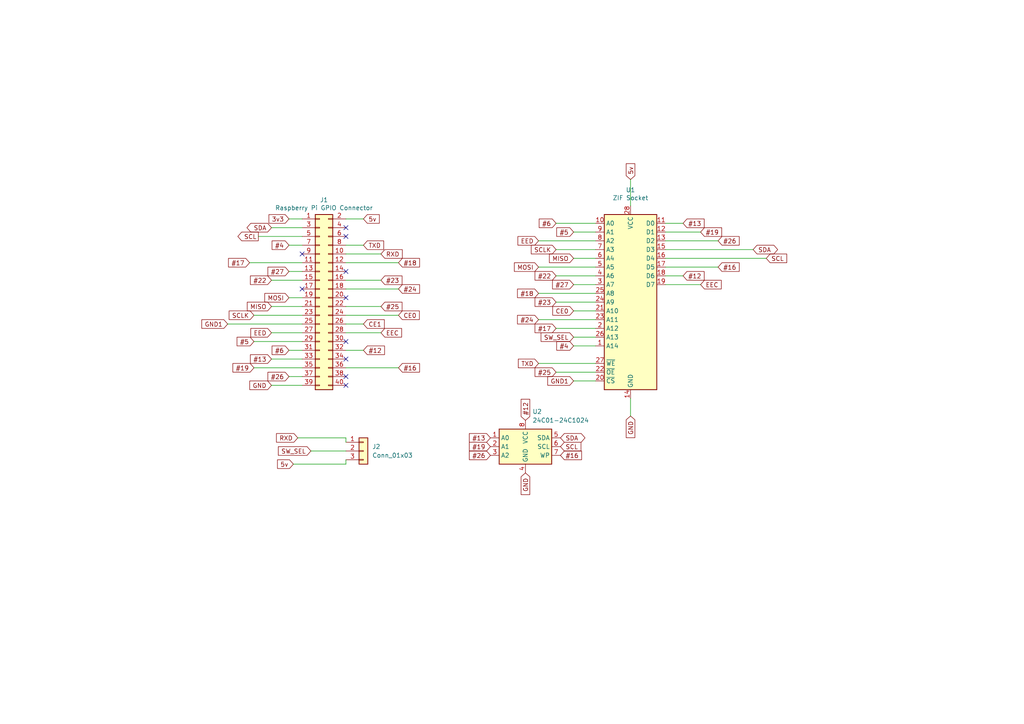
<source format=kicad_sch>
(kicad_sch (version 20211123) (generator eeschema)
  (paper "A4")
  (title_block (title "Pi EEPROM Programmer") (date "2023-12-04") (rev "1.0.0"))
  (lib_symbols
    (symbol "Connector_Generic:Conn_01x03" (pin_names (offset 1.016) hide)
      (property "Reference" "J" (at 0 5.08 0))
      (property "Value" "Conn_01x03" (at 0 -5.08 0))
      (symbol "Conn_01x03_1_1"
        (rectangle (start -1.27 -2.413) (end 0 -2.667) (stroke (width 0.1524)))
        (rectangle (start -1.27 0.127) (end 0 -0.127) (stroke (width 0.1524)))
        (rectangle (start -1.27 2.667) (end 0 2.413) (stroke (width 0.1524)))
        (rectangle (start -1.27 3.81) (end 1.27 -3.81) (stroke (width 0.254)) (fill (type background)))
        (pin passive line (at -5.08 2.54 0) (length 3.81) (name "Pin_1") (number "1"))
        (pin passive line (at -5.08 0 0) (length 3.81) (name "Pin_2") (number "2"))
        (pin passive line (at -5.08 -2.54 0) (length 3.81) (name "Pin_3") (number "3"))
      )
    )
    (symbol "Memory_EEPROM:CAT24C128"
      (property "Reference" "U" (at -6.35 6.35 0))
      (property "Value" "CAT24C128" (at 1.27 6.35 0))
      (symbol "CAT24C128_1_1"
        (rectangle (start -7.62 5.08) (end 7.62 -5.08) (stroke (width 0.254)) (fill (type background)))
        (pin input line (at -10.16 2.54 0) (length 2.54) (name "A0") (number "1"))
        (pin input line (at -10.16 0 0) (length 2.54) (name "A1") (number "2"))
        (pin input line (at -10.16 -2.54 0) (length 2.54) (name "A2") (number "3"))
        (pin power_in line (at 0 -7.62 90) (length 2.54) (name "GND") (number "4"))
        (pin bidirectional line (at 10.16 2.54 180) (length 2.54) (name "SDA") (number "5"))
        (pin input line (at 10.16 0 180) (length 2.54) (name "SCL") (number "6"))
        (pin input line (at 10.16 -2.54 180) (length 2.54) (name "WP") (number "7"))
        (pin power_in line (at 0 7.62 270) (length 2.54) (name "VCC") (number "8"))
      )
    )
    (symbol "pi-eeprom-programmer-rescue:28C256-Memory_EEPROM"
      (property "Reference" "U" (at -7.62 26.67 0))
      (property "Value" "28C256-Memory_EEPROM" (at 2.54 -26.67 0))
      (symbol "28C256-Memory_EEPROM_1_1"
        (rectangle (start -7.62 25.4) (end 7.62 -25.4) (stroke (width 0.254)) (fill (type background)))
        (pin input line (at -10.16 -12.7 0) (length 2.54) (name "A14") (number "1"))
        (pin input line (at -10.16 22.86 0) (length 2.54) (name "A0") (number "10"))
        (pin tri_state line (at 10.16 22.86 180) (length 2.54) (name "D0") (number "11"))
        (pin tri_state line (at 10.16 20.32 180) (length 2.54) (name "D1") (number "12"))
        (pin tri_state line (at 10.16 17.78 180) (length 2.54) (name "D2") (number "13"))
        (pin power_in line (at 0 -27.94 90) (length 2.54) (name "GND") (number "14"))
        (pin tri_state line (at 10.16 15.24 180) (length 2.54) (name "D3") (number "15"))
        (pin tri_state line (at 10.16 12.7 180) (length 2.54) (name "D4") (number "16"))
        (pin tri_state line (at 10.16 10.16 180) (length 2.54) (name "D5") (number "17"))
        (pin tri_state line (at 10.16 7.62 180) (length 2.54) (name "D6") (number "18"))
        (pin tri_state line (at 10.16 5.08 180) (length 2.54) (name "D7") (number "19"))
        (pin input line (at -10.16 -7.62 0) (length 2.54) (name "A12") (number "2"))
        (pin input line (at -10.16 -22.86 0) (length 2.54) (name "~{CS}") (number "20"))
        (pin input line (at -10.16 -2.54 0) (length 2.54) (name "A10") (number "21"))
        (pin input line (at -10.16 -20.32 0) (length 2.54) (name "~{OE}") (number "22"))
        (pin input line (at -10.16 -5.08 0) (length 2.54) (name "A11") (number "23"))
        (pin input line (at -10.16 0 0) (length 2.54) (name "A9") (number "24"))
        (pin input line (at -10.16 2.54 0) (length 2.54) (name "A8") (number "25"))
        (pin input line (at -10.16 -10.16 0) (length 2.54) (name "A13") (number "26"))
        (pin input line (at -10.16 -17.78 0) (length 2.54) (name "~{WE}") (number "27"))
        (pin power_in line (at 0 27.94 270) (length 2.54) (name "VCC") (number "28"))
        (pin input line (at -10.16 5.08 0) (length 2.54) (name "A7") (number "3"))
        (pin input line (at -10.16 7.62 0) (length 2.54) (name "A6") (number "4"))
        (pin input line (at -10.16 10.16 0) (length 2.54) (name "A5") (number "5"))
        (pin input line (at -10.16 12.7 0) (length 2.54) (name "A4") (number "6"))
        (pin input line (at -10.16 15.24 0) (length 2.54) (name "A3") (number "7"))
        (pin input line (at -10.16 17.78 0) (length 2.54) (name "A2") (number "8"))
        (pin input line (at -10.16 20.32 0) (length 2.54) (name "A1") (number "9"))
      )
    )
    (symbol "pi-eeprom-programmer-rescue:Conn_02x20_Odd_Even-Connector_Generic" (pin_names (offset 1.016) hide)
      (property "Reference" "J" (at 1.27 25.4 0))
      (property "Value" "Conn_02x20_Odd_Even-Connector_Generic" (at 1.27 -27.94 0))
      (symbol "Conn_02x20_Odd_Even-Connector_Generic_1_1"
        (rectangle (start -1.27 -25.273) (end 0 -25.527) (stroke (width 0.1524)))
        (rectangle (start -1.27 -22.733) (end 0 -22.987) (stroke (width 0.1524)))
        (rectangle (start -1.27 -20.193) (end 0 -20.447) (stroke (width 0.1524)))
        (rectangle (start -1.27 -17.653) (end 0 -17.907) (stroke (width 0.1524)))
        (rectangle (start -1.27 -15.113) (end 0 -15.367) (stroke (width 0.1524)))
        (rectangle (start -1.27 -12.573) (end 0 -12.827) (stroke (width 0.1524)))
        (rectangle (start -1.27 -10.033) (end 0 -10.287) (stroke (width 0.1524)))
        (rectangle (start -1.27 -7.493) (end 0 -7.747) (stroke (width 0.1524)))
        (rectangle (start -1.27 -4.953) (end 0 -5.207) (stroke (width 0.1524)))
        (rectangle (start -1.27 -2.413) (end 0 -2.667) (stroke (width 0.1524)))
        (rectangle (start -1.27 0.127) (end 0 -0.127) (stroke (width 0.1524)))
        (rectangle (start -1.27 2.667) (end 0 2.413) (stroke (width 0.1524)))
        (rectangle (start -1.27 5.207) (end 0 4.953) (stroke (width 0.1524)))
        (rectangle (start -1.27 7.747) (end 0 7.493) (stroke (width 0.1524)))
        (rectangle (start -1.27 10.287) (end 0 10.033) (stroke (width 0.1524)))
        (rectangle (start -1.27 12.827) (end 0 12.573) (stroke (width 0.1524)))
        (rectangle (start -1.27 15.367) (end 0 15.113) (stroke (width 0.1524)))
        (rectangle (start -1.27 17.907) (end 0 17.653) (stroke (width 0.1524)))
        (rectangle (start -1.27 20.447) (end 0 20.193) (stroke (width 0.1524)))
        (rectangle (start -1.27 22.987) (end 0 22.733) (stroke (width 0.1524)))
        (rectangle (start -1.27 24.13) (end 3.81 -26.67) (stroke (width 0.254)) (fill (type background)))
        (rectangle (start 3.81 -25.273) (end 2.54 -25.527) (stroke (width 0.1524)))
        (rectangle (start 3.81 -22.733) (end 2.54 -22.987) (stroke (width 0.1524)))
        (rectangle (start 3.81 -20.193) (end 2.54 -20.447) (stroke (width 0.1524)))
        (rectangle (start 3.81 -17.653) (end 2.54 -17.907) (stroke (width 0.1524)))
        (rectangle (start 3.81 -15.113) (end 2.54 -15.367) (stroke (width 0.1524)))
        (rectangle (start 3.81 -12.573) (end 2.54 -12.827) (stroke (width 0.1524)))
        (rectangle (start 3.81 -10.033) (end 2.54 -10.287) (stroke (width 0.1524)))
        (rectangle (start 3.81 -7.493) (end 2.54 -7.747) (stroke (width 0.1524)))
        (rectangle (start 3.81 -4.953) (end 2.54 -5.207) (stroke (width 0.1524)))
        (rectangle (start 3.81 -2.413) (end 2.54 -2.667) (stroke (width 0.1524)))
        (rectangle (start 3.81 0.127) (end 2.54 -0.127) (stroke (width 0.1524)))
        (rectangle (start 3.81 2.667) (end 2.54 2.413) (stroke (width 0.1524)))
        (rectangle (start 3.81 5.207) (end 2.54 4.953) (stroke (width 0.1524)))
        (rectangle (start 3.81 7.747) (end 2.54 7.493) (stroke (width 0.1524)))
        (rectangle (start 3.81 10.287) (end 2.54 10.033) (stroke (width 0.1524)))
        (rectangle (start 3.81 12.827) (end 2.54 12.573) (stroke (width 0.1524)))
        (rectangle (start 3.81 15.367) (end 2.54 15.113) (stroke (width 0.1524)))
        (rectangle (start 3.81 17.907) (end 2.54 17.653) (stroke (width 0.1524)))
        (rectangle (start 3.81 20.447) (end 2.54 20.193) (stroke (width 0.1524)))
        (rectangle (start 3.81 22.987) (end 2.54 22.733) (stroke (width 0.1524)))
        (pin passive line (at -5.08 22.86 0) (length 3.81) (name "Pin_1") (number "1"))
        (pin passive line (at 7.62 12.7 180) (length 3.81) (name "Pin_10") (number "10"))
        (pin passive line (at -5.08 10.16 0) (length 3.81) (name "Pin_11") (number "11"))
        (pin passive line (at 7.62 10.16 180) (length 3.81) (name "Pin_12") (number "12"))
        (pin passive line (at -5.08 7.62 0) (length 3.81) (name "Pin_13") (number "13"))
        (pin passive line (at 7.62 7.62 180) (length 3.81) (name "Pin_14") (number "14"))
        (pin passive line (at -5.08 5.08 0) (length 3.81) (name "Pin_15") (number "15"))
        (pin passive line (at 7.62 5.08 180) (length 3.81) (name "Pin_16") (number "16"))
        (pin passive line (at -5.08 2.54 0) (length 3.81) (name "Pin_17") (number "17"))
        (pin passive line (at 7.62 2.54 180) (length 3.81) (name "Pin_18") (number "18"))
        (pin passive line (at -5.08 0 0) (length 3.81) (name "Pin_19") (number "19"))
        (pin passive line (at 7.62 22.86 180) (length 3.81) (name "Pin_2") (number "2"))
        (pin passive line (at 7.62 0 180) (length 3.81) (name "Pin_20") (number "20"))
        (pin passive line (at -5.08 -2.54 0) (length 3.81) (name "Pin_21") (number "21"))
        (pin passive line (at 7.62 -2.54 180) (length 3.81) (name "Pin_22") (number "22"))
        (pin passive line (at -5.08 -5.08 0) (length 3.81) (name "Pin_23") (number "23"))
        (pin passive line (at 7.62 -5.08 180) (length 3.81) (name "Pin_24") (number "24"))
        (pin passive line (at -5.08 -7.62 0) (length 3.81) (name "Pin_25") (number "25"))
        (pin passive line (at 7.62 -7.62 180) (length 3.81) (name "Pin_26") (number "26"))
        (pin passive line (at -5.08 -10.16 0) (length 3.81) (name "Pin_27") (number "27"))
        (pin passive line (at 7.62 -10.16 180) (length 3.81) (name "Pin_28") (number "28"))
        (pin passive line (at -5.08 -12.7 0) (length 3.81) (name "Pin_29") (number "29"))
        (pin passive line (at -5.08 20.32 0) (length 3.81) (name "Pin_3") (number "3"))
        (pin passive line (at 7.62 -12.7 180) (length 3.81) (name "Pin_30") (number "30"))
        (pin passive line (at -5.08 -15.24 0) (length 3.81) (name "Pin_31") (number "31"))
        (pin passive line (at 7.62 -15.24 180) (length 3.81) (name "Pin_32") (number "32"))
        (pin passive line (at -5.08 -17.78 0) (length 3.81) (name "Pin_33") (number "33"))
        (pin passive line (at 7.62 -17.78 180) (length 3.81) (name "Pin_34") (number "34"))
        (pin passive line (at -5.08 -20.32 0) (length 3.81) (name "Pin_35") (number "35"))
        (pin passive line (at 7.62 -20.32 180) (length 3.81) (name "Pin_36") (number "36"))
        (pin passive line (at -5.08 -22.86 0) (length 3.81) (name "Pin_37") (number "37"))
        (pin passive line (at 7.62 -22.86 180) (length 3.81) (name "Pin_38") (number "38"))
        (pin passive line (at -5.08 -25.4 0) (length 3.81) (name "Pin_39") (number "39"))
        (pin passive line (at 7.62 20.32 180) (length 3.81) (name "Pin_4") (number "4"))
        (pin passive line (at 7.62 -25.4 180) (length 3.81) (name "Pin_40") (number "40"))
        (pin passive line (at -5.08 17.78 0) (length 3.81) (name "Pin_5") (number "5"))
        (pin passive line (at 7.62 17.78 180) (length 3.81) (name "Pin_6") (number "6"))
        (pin passive line (at -5.08 15.24 0) (length 3.81) (name "Pin_7") (number "7"))
        (pin passive line (at 7.62 15.24 180) (length 3.81) (name "Pin_8") (number "8"))
        (pin passive line (at -5.08 12.7 0) (length 3.81) (name "Pin_9") (number "9"))
      )
    )
  )
  (no_connect (at 100.33 66.04))
  (no_connect (at 100.33 109.22))
  (no_connect (at 100.33 104.14))
  (no_connect (at 87.63 73.66))
  (no_connect (at 100.33 99.06))
  (no_connect (at 100.33 86.36))
  (no_connect (at 100.33 68.58))
  (no_connect (at 100.33 78.74))
  (no_connect (at 87.63 83.82))
  (no_connect (at 100.33 111.76))
  (wire (pts (xy 161.29 80.01) (xy 172.72 80.01)))
  (wire (pts (xy 156.21 105.41) (xy 172.72 105.41)))
  (wire (pts (xy 83.82 78.74) (xy 87.63 78.74)))
  (wire (pts (xy 115.57 91.44) (xy 100.33 91.44)))
  (wire (pts (xy 73.66 91.44) (xy 87.63 91.44)))
  (wire (pts (xy 115.57 83.82) (xy 100.33 83.82)))
  (wire (pts (xy 198.12 80.01) (xy 193.04 80.01)))
  (wire (pts (xy 166.37 74.93) (xy 172.72 74.93)))
  (wire (pts (xy 166.37 82.55) (xy 172.72 82.55)))
  (wire (pts (xy 78.74 81.28) (xy 87.63 81.28)))
  (wire (pts (xy 105.41 71.12) (xy 100.33 71.12)))
  (wire (pts (xy 105.41 63.5) (xy 100.33 63.5)))
  (wire (pts (xy 78.74 104.14) (xy 87.63 104.14)))
  (wire (pts (xy 83.82 63.5) (xy 87.63 63.5)))
  (wire (pts (xy 110.49 73.66) (xy 100.33 73.66)))
  (wire (pts (xy 78.74 66.04) (xy 87.63 66.04)))
  (wire (pts (xy 90.17 130.81) (xy 100.33 130.81)))
  (wire (pts (xy 161.29 87.63) (xy 172.72 87.63)))
  (wire (pts (xy 83.82 71.12) (xy 87.63 71.12)))
  (wire (pts (xy 72.39 76.2) (xy 87.63 76.2)))
  (wire (pts (xy 161.29 72.39) (xy 172.72 72.39)))
  (wire (pts (xy 208.28 69.85) (xy 193.04 69.85)))
  (wire (pts (xy 166.37 67.31) (xy 172.72 67.31)))
  (wire (pts (xy 78.74 96.52) (xy 87.63 96.52)))
  (wire (pts (xy 182.88 120.65) (xy 182.88 115.57)))
  (wire (pts (xy 203.2 82.55) (xy 193.04 82.55)))
  (wire (pts (xy 156.21 69.85) (xy 172.72 69.85)))
  (wire (pts (xy 161.29 107.95) (xy 172.72 107.95)))
  (wire (pts (xy 166.37 100.33) (xy 172.72 100.33)))
  (wire (pts (xy 100.33 134.62) (xy 100.33 133.35)))
  (wire (pts (xy 78.74 88.9) (xy 87.63 88.9)))
  (wire (pts (xy 86.36 127) (xy 100.33 127)))
  (wire (pts (xy 161.29 64.77) (xy 172.72 64.77)))
  (wire (pts (xy 83.82 101.6) (xy 87.63 101.6)))
  (wire (pts (xy 110.49 88.9) (xy 100.33 88.9)))
  (wire (pts (xy 110.49 81.28) (xy 100.33 81.28)))
  (wire (pts (xy 115.57 76.2) (xy 100.33 76.2)))
  (wire (pts (xy 156.21 77.47) (xy 172.72 77.47)))
  (wire (pts (xy 73.66 99.06) (xy 87.63 99.06)))
  (wire (pts (xy 218.44 72.39) (xy 193.04 72.39)))
  (wire (pts (xy 166.37 110.49) (xy 172.72 110.49)))
  (wire (pts (xy 161.29 95.25) (xy 172.72 95.25)))
  (wire (pts (xy 100.33 127) (xy 100.33 128.27)))
  (wire (pts (xy 182.88 52.07) (xy 182.88 59.69)))
  (wire (pts (xy 203.2 67.31) (xy 193.04 67.31)))
  (wire (pts (xy 83.82 86.36) (xy 87.63 86.36)))
  (wire (pts (xy 73.66 106.68) (xy 87.63 106.68)))
  (wire (pts (xy 74.93 68.58) (xy 87.63 68.58)))
  (wire (pts (xy 166.37 97.79) (xy 172.72 97.79)))
  (wire (pts (xy 105.41 93.98) (xy 100.33 93.98)))
  (wire (pts (xy 85.09 134.62) (xy 100.33 134.62)))
  (wire (pts (xy 198.12 64.77) (xy 193.04 64.77)))
  (wire (pts (xy 166.37 90.17) (xy 172.72 90.17)))
  (wire (pts (xy 156.21 92.71) (xy 172.72 92.71)))
  (wire (pts (xy 222.25 74.93) (xy 193.04 74.93)))
  (wire (pts (xy 110.49 96.52) (xy 100.33 96.52)))
  (wire (pts (xy 83.82 109.22) (xy 87.63 109.22)))
  (wire (pts (xy 115.57 106.68) (xy 100.33 106.68)))
  (wire (pts (xy 105.41 101.6) (xy 100.33 101.6)))
  (wire (pts (xy 208.28 77.47) (xy 193.04 77.47)))
  (wire (pts (xy 87.63 111.76) (xy 78.74 111.76)))
  (wire (pts (xy 66.04 93.98) (xy 87.63 93.98)))
  (wire (pts (xy 156.21 85.09) (xy 172.72 85.09)))
  (global_label "#5" (shape input) (at 73.66 99.06 180) (property "Intersheet References" "${INTERSHEET_REFS}" (effects hide)))
  (global_label "#6" (shape input) (at 161.29 64.77 180) (property "Intersheet References" "${INTERSHEET_REFS}" (effects hide)))
  (global_label "#27" (shape input) (at 166.37 82.55 180) (property "Intersheet References" "${INTERSHEET_REFS}" (effects hide)))
  (global_label "EEC" (shape input) (at 203.2 82.55 0) (property "Intersheet References" "${INTERSHEET_REFS}" (effects hide)))
  (global_label "#12" (shape input) (at 198.12 80.01 0) (property "Intersheet References" "${INTERSHEET_REFS}" (effects hide)))
  (global_label "#23" (shape input) (at 110.49 81.28 0) (property "Intersheet References" "${INTERSHEET_REFS}" (effects hide)))
  (global_label "RXD" (shape input) (at 110.49 73.66 0) (property "Intersheet References" "${INTERSHEET_REFS}" (effects hide)))
  (global_label "3v3" (shape input) (at 83.82 63.5 180) (property "Intersheet References" "${INTERSHEET_REFS}" (effects hide)))
  (global_label "#22" (shape input) (at 78.74 81.28 180) (property "Intersheet References" "${INTERSHEET_REFS}" (effects hide)))
  (global_label "#12" (shape input) (at 105.41 101.6 0) (property "Intersheet References" "${INTERSHEET_REFS}" (effects hide)))
  (global_label "SDA" (shape bidirectional) (at 78.74 66.04 180) (property "Intersheet References" "${INTERSHEET_REFS}" (effects hide)))
  (global_label "CE0" (shape input) (at 166.37 90.17 180) (property "Intersheet References" "${INTERSHEET_REFS}" (effects hide)))
  (global_label "#18" (shape input) (at 156.21 85.09 180) (property "Intersheet References" "${INTERSHEET_REFS}" (effects hide)))
  (global_label "GND" (shape input) (at 152.4 137.16 270) (property "Intersheet References" "${INTERSHEET_REFS}" (effects hide)))
  (global_label "SCL" (shape input) (at 222.25 74.93 0) (property "Intersheet References" "${INTERSHEET_REFS}" (effects hide)))
  (global_label "SW_SEL" (shape input) (at 90.17 130.81 180) (property "Intersheet References" "${INTERSHEET_REFS}" (effects hide)))
  (global_label "#24" (shape input) (at 156.21 92.71 180) (property "Intersheet References" "${INTERSHEET_REFS}" (effects hide)))
  (global_label "SDA" (shape bidirectional) (at 218.44 72.39 0) (property "Intersheet References" "${INTERSHEET_REFS}" (effects hide)))
  (global_label "#13" (shape input) (at 142.24 127 180) (property "Intersheet References" "${INTERSHEET_REFS}" (effects hide)))
  (global_label "GND1" (shape input) (at 166.37 110.49 180) (property "Intersheet References" "${INTERSHEET_REFS}" (effects hide)))
  (global_label "SCL" (shape input) (at 162.56 129.54 0) (property "Intersheet References" "${INTERSHEET_REFS}" (effects hide)))
  (global_label "#16" (shape input) (at 208.28 77.47 0) (property "Intersheet References" "${INTERSHEET_REFS}" (effects hide)))
  (global_label "SCLK" (shape input) (at 161.29 72.39 180) (property "Intersheet References" "${INTERSHEET_REFS}" (effects hide)))
  (global_label "MISO" (shape input) (at 166.37 74.93 180) (property "Intersheet References" "${INTERSHEET_REFS}" (effects hide)))
  (global_label "TXD" (shape input) (at 156.21 105.41 180) (property "Intersheet References" "${INTERSHEET_REFS}" (effects hide)))
  (global_label "#26" (shape input) (at 208.28 69.85 0) (property "Intersheet References" "${INTERSHEET_REFS}" (effects hide)))
  (global_label "#23" (shape input) (at 161.29 87.63 180) (property "Intersheet References" "${INTERSHEET_REFS}" (effects hide)))
  (global_label "GND1" (shape input) (at 66.04 93.98 180) (property "Intersheet References" "${INTERSHEET_REFS}" (effects hide)))
  (global_label "EEC" (shape input) (at 110.49 96.52 0) (property "Intersheet References" "${INTERSHEET_REFS}" (effects hide)))
  (global_label "#19" (shape input) (at 142.24 129.54 180) (property "Intersheet References" "${INTERSHEET_REFS}" (effects hide)))
  (global_label "MOSI" (shape input) (at 156.21 77.47 180) (property "Intersheet References" "${INTERSHEET_REFS}" (effects hide)))
  (global_label "#4" (shape input) (at 83.82 71.12 180) (property "Intersheet References" "${INTERSHEET_REFS}" (effects hide)))
  (global_label "#27" (shape input) (at 83.82 78.74 180) (property "Intersheet References" "${INTERSHEET_REFS}" (effects hide)))
  (global_label "#4" (shape input) (at 166.37 100.33 180) (property "Intersheet References" "${INTERSHEET_REFS}" (effects hide)))
  (global_label "#6" (shape input) (at 83.82 101.6 180) (property "Intersheet References" "${INTERSHEET_REFS}" (effects hide)))
  (global_label "#17" (shape input) (at 72.39 76.2 180) (property "Intersheet References" "${INTERSHEET_REFS}" (effects hide)))
  (global_label "5v" (shape input) (at 105.41 63.5 0) (property "Intersheet References" "${INTERSHEET_REFS}" (effects hide)))
  (global_label "MISO" (shape input) (at 78.74 88.9 180) (property "Intersheet References" "${INTERSHEET_REFS}" (effects hide)))
  (global_label "RXD" (shape input) (at 86.36 127 180) (property "Intersheet References" "${INTERSHEET_REFS}" (effects hide)))
  (global_label "GND" (shape input) (at 182.88 120.65 270) (property "Intersheet References" "${INTERSHEET_REFS}" (effects hide)))
  (global_label "5v" (shape input) (at 182.88 52.07 90) (property "Intersheet References" "${INTERSHEET_REFS}" (effects hide)))
  (global_label "#22" (shape input) (at 161.29 80.01 180) (property "Intersheet References" "${INTERSHEET_REFS}" (effects hide)))
  (global_label "#25" (shape input) (at 161.29 107.95 180) (property "Intersheet References" "${INTERSHEET_REFS}" (effects hide)))
  (global_label "SCL" (shape output) (at 74.93 68.58 180) (property "Intersheet References" "${INTERSHEET_REFS}" (effects hide)))
  (global_label "CE1" (shape input) (at 105.41 93.98 0) (property "Intersheet References" "${INTERSHEET_REFS}" (effects hide)))
  (global_label "EED" (shape input) (at 78.74 96.52 180) (property "Intersheet References" "${INTERSHEET_REFS}" (effects hide)))
  (global_label "#18" (shape input) (at 115.57 76.2 0) (property "Intersheet References" "${INTERSHEET_REFS}" (effects hide)))
  (global_label "#5" (shape input) (at 166.37 67.31 180) (property "Intersheet References" "${INTERSHEET_REFS}" (effects hide)))
  (global_label "#26" (shape input) (at 142.24 132.08 180) (property "Intersheet References" "${INTERSHEET_REFS}" (effects hide)))
  (global_label "#25" (shape input) (at 110.49 88.9 0) (property "Intersheet References" "${INTERSHEET_REFS}" (effects hide)))
  (global_label "GND" (shape input) (at 78.74 111.76 180) (property "Intersheet References" "${INTERSHEET_REFS}" (effects hide)))
  (global_label "#16" (shape input) (at 115.57 106.68 0) (property "Intersheet References" "${INTERSHEET_REFS}" (effects hide)))
  (global_label "5v" (shape input) (at 85.09 134.62 180) (property "Intersheet References" "${INTERSHEET_REFS}" (effects hide)))
  (global_label "#16" (shape input) (at 162.56 132.08 0) (property "Intersheet References" "${INTERSHEET_REFS}" (effects hide)))
  (global_label "SCLK" (shape input) (at 73.66 91.44 180) (property "Intersheet References" "${INTERSHEET_REFS}" (effects hide)))
  (global_label "#13" (shape input) (at 198.12 64.77 0) (property "Intersheet References" "${INTERSHEET_REFS}" (effects hide)))
  (global_label "EED" (shape input) (at 156.21 69.85 180) (property "Intersheet References" "${INTERSHEET_REFS}" (effects hide)))
  (global_label "#17" (shape input) (at 161.29 95.25 180) (property "Intersheet References" "${INTERSHEET_REFS}" (effects hide)))
  (global_label "#19" (shape input) (at 73.66 106.68 180) (property "Intersheet References" "${INTERSHEET_REFS}" (effects hide)))
  (global_label "#12" (shape input) (at 152.4 121.92 90) (property "Intersheet References" "${INTERSHEET_REFS}" (effects hide)))
  (global_label "CE0" (shape input) (at 115.57 91.44 0) (property "Intersheet References" "${INTERSHEET_REFS}" (effects hide)))
  (global_label "#24" (shape input) (at 115.57 83.82 0) (property "Intersheet References" "${INTERSHEET_REFS}" (effects hide)))
  (global_label "#19" (shape input) (at 203.2 67.31 0) (property "Intersheet References" "${INTERSHEET_REFS}" (effects hide)))
  (global_label "MOSI" (shape input) (at 83.82 86.36 180) (property "Intersheet References" "${INTERSHEET_REFS}" (effects hide)))
  (global_label "TXD" (shape input) (at 105.41 71.12 0) (property "Intersheet References" "${INTERSHEET_REFS}" (effects hide)))
  (global_label "SDA" (shape bidirectional) (at 162.56 127 0) (property "Intersheet References" "${INTERSHEET_REFS}" (effects hide)))
  (global_label "#13" (shape input) (at 78.74 104.14 180) (property "Intersheet References" "${INTERSHEET_REFS}" (effects hide)))
  (global_label "SW_SEL" (shape input) (at 166.37 97.79 180) (property "Intersheet References" "${INTERSHEET_REFS}" (effects hide)))
  (global_label "#26" (shape input) (at 83.82 109.22 180) (property "Intersheet References" "${INTERSHEET_REFS}" (effects hide)))
  (symbol (lib_id "pi-eeprom-programmer-rescue:Conn_02x20_Odd_Even-Connector_Generic") (at 92.71 86.36 0) (unit 1)
    (property "Reference" "J1" (at 93.98 57.9882 0))
    (property "Value" "Raspberry Pi GPIO Connector" (at 93.98 60.2996 0))
    (property "Footprint" "Connector_PinSocket_2.54mm:PinSocket_2x20_P2.54mm_Horizontal" (effects hide))
  )
  (symbol (lib_id "pi-eeprom-programmer-rescue:28C256-Memory_EEPROM") (at 182.88 87.63 0) (unit 1)
    (property "Reference" "U1" (at 182.88 55.0926 0))
    (property "Value" "ZIF Socket" (at 182.88 57.404 0))
    (property "Footprint" "Package_DIP:DIP-28_W15.24mm_Socket" (effects hide))
    (property "Datasheet" "http://ww1.microchip.com/downloads/en/DeviceDoc/doc0006.pdf" (effects hide))
  )
  (symbol (lib_id "Memory_EEPROM:CAT24C128") (at 152.4 129.54 0) (unit 1)
    (property "Reference" "U2" (at 154.4194 119.38 0) (effects (justify left)))
    (property "Value" "24C01-24C1024" (at 154.4194 121.92 0) (effects (justify left)))
    (property "Footprint" "Package_DIP:DIP-8_W7.62mm_Socket" (effects hide))
    (property "Datasheet" "https://www.onsemi.com/pub/Collateral/CAT24C128-D.PDF" (effects hide))
  )
  (symbol (lib_id "Connector_Generic:Conn_01x03") (at 105.41 130.81 0) (unit 1)
    (property "Reference" "J2" (at 107.95 129.5399 0) (effects (justify left)))
    (property "Value" "Conn_01x03" (at 107.95 132.0799 0) (effects (justify left)))
    (property "Footprint" "Connector_PinHeader_2.54mm:PinHeader_1x03_P2.54mm_Vertical" (effects hide))
  )
)
</source>
